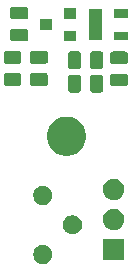
<source format=gbr>
G04 #@! TF.GenerationSoftware,KiCad,Pcbnew,(5.1.5)-3*
G04 #@! TF.CreationDate,2021-01-21T12:34:06+10:30*
G04 #@! TF.ProjectId,HallSingle,48616c6c-5369-46e6-976c-652e6b696361,rev?*
G04 #@! TF.SameCoordinates,Original*
G04 #@! TF.FileFunction,Soldermask,Top*
G04 #@! TF.FilePolarity,Negative*
%FSLAX46Y46*%
G04 Gerber Fmt 4.6, Leading zero omitted, Abs format (unit mm)*
G04 Created by KiCad (PCBNEW (5.1.5)-3) date 2021-01-21 12:34:06*
%MOMM*%
%LPD*%
G04 APERTURE LIST*
%ADD10C,0.100000*%
G04 APERTURE END LIST*
D10*
G36*
X142237142Y-78218242D02*
G01*
X142385101Y-78279529D01*
X142518255Y-78368499D01*
X142631501Y-78481745D01*
X142720471Y-78614899D01*
X142781758Y-78762858D01*
X142813000Y-78919925D01*
X142813000Y-79080075D01*
X142781758Y-79237142D01*
X142720471Y-79385101D01*
X142631501Y-79518255D01*
X142518255Y-79631501D01*
X142385101Y-79720471D01*
X142237142Y-79781758D01*
X142080075Y-79813000D01*
X141919925Y-79813000D01*
X141762858Y-79781758D01*
X141614899Y-79720471D01*
X141481745Y-79631501D01*
X141368499Y-79518255D01*
X141279529Y-79385101D01*
X141218242Y-79237142D01*
X141187000Y-79080075D01*
X141187000Y-78919925D01*
X141218242Y-78762858D01*
X141279529Y-78614899D01*
X141368499Y-78481745D01*
X141481745Y-78368499D01*
X141614899Y-78279529D01*
X141762858Y-78218242D01*
X141919925Y-78187000D01*
X142080075Y-78187000D01*
X142237142Y-78218242D01*
G37*
G36*
X148901000Y-79481000D02*
G01*
X147099000Y-79481000D01*
X147099000Y-77679000D01*
X148901000Y-77679000D01*
X148901000Y-79481000D01*
G37*
G36*
X144737142Y-75718242D02*
G01*
X144885101Y-75779529D01*
X145018255Y-75868499D01*
X145131501Y-75981745D01*
X145220471Y-76114899D01*
X145281758Y-76262858D01*
X145313000Y-76419925D01*
X145313000Y-76580075D01*
X145281758Y-76737142D01*
X145220471Y-76885101D01*
X145131501Y-77018255D01*
X145018255Y-77131501D01*
X144885101Y-77220471D01*
X144737142Y-77281758D01*
X144580075Y-77313000D01*
X144419925Y-77313000D01*
X144262858Y-77281758D01*
X144114899Y-77220471D01*
X143981745Y-77131501D01*
X143868499Y-77018255D01*
X143779529Y-76885101D01*
X143718242Y-76737142D01*
X143687000Y-76580075D01*
X143687000Y-76419925D01*
X143718242Y-76262858D01*
X143779529Y-76114899D01*
X143868499Y-75981745D01*
X143981745Y-75868499D01*
X144114899Y-75779529D01*
X144262858Y-75718242D01*
X144419925Y-75687000D01*
X144580075Y-75687000D01*
X144737142Y-75718242D01*
G37*
G36*
X148113512Y-75143927D02*
G01*
X148262812Y-75173624D01*
X148426784Y-75241544D01*
X148574354Y-75340147D01*
X148699853Y-75465646D01*
X148798456Y-75613216D01*
X148866376Y-75777188D01*
X148901000Y-75951259D01*
X148901000Y-76128741D01*
X148866376Y-76302812D01*
X148798456Y-76466784D01*
X148699853Y-76614354D01*
X148574354Y-76739853D01*
X148426784Y-76838456D01*
X148262812Y-76906376D01*
X148113512Y-76936073D01*
X148088742Y-76941000D01*
X147911258Y-76941000D01*
X147886488Y-76936073D01*
X147737188Y-76906376D01*
X147573216Y-76838456D01*
X147425646Y-76739853D01*
X147300147Y-76614354D01*
X147201544Y-76466784D01*
X147133624Y-76302812D01*
X147099000Y-76128741D01*
X147099000Y-75951259D01*
X147133624Y-75777188D01*
X147201544Y-75613216D01*
X147300147Y-75465646D01*
X147425646Y-75340147D01*
X147573216Y-75241544D01*
X147737188Y-75173624D01*
X147886488Y-75143927D01*
X147911258Y-75139000D01*
X148088742Y-75139000D01*
X148113512Y-75143927D01*
G37*
G36*
X142237142Y-73218242D02*
G01*
X142385101Y-73279529D01*
X142518255Y-73368499D01*
X142631501Y-73481745D01*
X142720471Y-73614899D01*
X142781758Y-73762858D01*
X142813000Y-73919925D01*
X142813000Y-74080075D01*
X142781758Y-74237142D01*
X142720471Y-74385101D01*
X142631501Y-74518255D01*
X142518255Y-74631501D01*
X142385101Y-74720471D01*
X142237142Y-74781758D01*
X142080075Y-74813000D01*
X141919925Y-74813000D01*
X141762858Y-74781758D01*
X141614899Y-74720471D01*
X141481745Y-74631501D01*
X141368499Y-74518255D01*
X141279529Y-74385101D01*
X141218242Y-74237142D01*
X141187000Y-74080075D01*
X141187000Y-73919925D01*
X141218242Y-73762858D01*
X141279529Y-73614899D01*
X141368499Y-73481745D01*
X141481745Y-73368499D01*
X141614899Y-73279529D01*
X141762858Y-73218242D01*
X141919925Y-73187000D01*
X142080075Y-73187000D01*
X142237142Y-73218242D01*
G37*
G36*
X148113512Y-72603927D02*
G01*
X148262812Y-72633624D01*
X148426784Y-72701544D01*
X148574354Y-72800147D01*
X148699853Y-72925646D01*
X148798456Y-73073216D01*
X148866376Y-73237188D01*
X148901000Y-73411259D01*
X148901000Y-73588741D01*
X148866376Y-73762812D01*
X148798456Y-73926784D01*
X148699853Y-74074354D01*
X148574354Y-74199853D01*
X148426784Y-74298456D01*
X148262812Y-74366376D01*
X148113512Y-74396073D01*
X148088742Y-74401000D01*
X147911258Y-74401000D01*
X147886488Y-74396073D01*
X147737188Y-74366376D01*
X147573216Y-74298456D01*
X147425646Y-74199853D01*
X147300147Y-74074354D01*
X147201544Y-73926784D01*
X147133624Y-73762812D01*
X147099000Y-73588741D01*
X147099000Y-73411259D01*
X147133624Y-73237188D01*
X147201544Y-73073216D01*
X147300147Y-72925646D01*
X147425646Y-72800147D01*
X147573216Y-72701544D01*
X147737188Y-72633624D01*
X147886488Y-72603927D01*
X147911258Y-72599000D01*
X148088742Y-72599000D01*
X148113512Y-72603927D01*
G37*
G36*
X144375256Y-67391298D02*
G01*
X144481579Y-67412447D01*
X144782042Y-67536903D01*
X145052451Y-67717585D01*
X145282415Y-67947549D01*
X145463097Y-68217958D01*
X145587553Y-68518421D01*
X145651000Y-68837391D01*
X145651000Y-69162609D01*
X145587553Y-69481579D01*
X145463097Y-69782042D01*
X145282415Y-70052451D01*
X145052451Y-70282415D01*
X144782042Y-70463097D01*
X144481579Y-70587553D01*
X144375256Y-70608702D01*
X144162611Y-70651000D01*
X143837389Y-70651000D01*
X143624744Y-70608702D01*
X143518421Y-70587553D01*
X143217958Y-70463097D01*
X142947549Y-70282415D01*
X142717585Y-70052451D01*
X142536903Y-69782042D01*
X142412447Y-69481579D01*
X142349000Y-69162609D01*
X142349000Y-68837391D01*
X142412447Y-68518421D01*
X142536903Y-68217958D01*
X142717585Y-67947549D01*
X142947549Y-67717585D01*
X143217958Y-67536903D01*
X143518421Y-67412447D01*
X143624744Y-67391298D01*
X143837389Y-67349000D01*
X144162611Y-67349000D01*
X144375256Y-67391298D01*
G37*
G36*
X146929968Y-63803565D02*
G01*
X146968638Y-63815296D01*
X147004277Y-63834346D01*
X147035517Y-63859983D01*
X147061154Y-63891223D01*
X147080204Y-63926862D01*
X147091935Y-63965532D01*
X147096500Y-64011888D01*
X147096500Y-65088112D01*
X147091935Y-65134468D01*
X147080204Y-65173138D01*
X147061154Y-65208777D01*
X147035517Y-65240017D01*
X147004277Y-65265654D01*
X146968638Y-65284704D01*
X146929968Y-65296435D01*
X146883612Y-65301000D01*
X146232388Y-65301000D01*
X146186032Y-65296435D01*
X146147362Y-65284704D01*
X146111723Y-65265654D01*
X146080483Y-65240017D01*
X146054846Y-65208777D01*
X146035796Y-65173138D01*
X146024065Y-65134468D01*
X146019500Y-65088112D01*
X146019500Y-64011888D01*
X146024065Y-63965532D01*
X146035796Y-63926862D01*
X146054846Y-63891223D01*
X146080483Y-63859983D01*
X146111723Y-63834346D01*
X146147362Y-63815296D01*
X146186032Y-63803565D01*
X146232388Y-63799000D01*
X146883612Y-63799000D01*
X146929968Y-63803565D01*
G37*
G36*
X145054968Y-63803565D02*
G01*
X145093638Y-63815296D01*
X145129277Y-63834346D01*
X145160517Y-63859983D01*
X145186154Y-63891223D01*
X145205204Y-63926862D01*
X145216935Y-63965532D01*
X145221500Y-64011888D01*
X145221500Y-65088112D01*
X145216935Y-65134468D01*
X145205204Y-65173138D01*
X145186154Y-65208777D01*
X145160517Y-65240017D01*
X145129277Y-65265654D01*
X145093638Y-65284704D01*
X145054968Y-65296435D01*
X145008612Y-65301000D01*
X144357388Y-65301000D01*
X144311032Y-65296435D01*
X144272362Y-65284704D01*
X144236723Y-65265654D01*
X144205483Y-65240017D01*
X144179846Y-65208777D01*
X144160796Y-65173138D01*
X144149065Y-65134468D01*
X144144500Y-65088112D01*
X144144500Y-64011888D01*
X144149065Y-63965532D01*
X144160796Y-63926862D01*
X144179846Y-63891223D01*
X144205483Y-63859983D01*
X144236723Y-63834346D01*
X144272362Y-63815296D01*
X144311032Y-63803565D01*
X144357388Y-63799000D01*
X145008612Y-63799000D01*
X145054968Y-63803565D01*
G37*
G36*
X149034468Y-63703565D02*
G01*
X149073138Y-63715296D01*
X149108777Y-63734346D01*
X149140017Y-63759983D01*
X149165654Y-63791223D01*
X149184704Y-63826862D01*
X149196435Y-63865532D01*
X149201000Y-63911888D01*
X149201000Y-64563112D01*
X149196435Y-64609468D01*
X149184704Y-64648138D01*
X149165654Y-64683777D01*
X149140017Y-64715017D01*
X149108777Y-64740654D01*
X149073138Y-64759704D01*
X149034468Y-64771435D01*
X148988112Y-64776000D01*
X147911888Y-64776000D01*
X147865532Y-64771435D01*
X147826862Y-64759704D01*
X147791223Y-64740654D01*
X147759983Y-64715017D01*
X147734346Y-64683777D01*
X147715296Y-64648138D01*
X147703565Y-64609468D01*
X147699000Y-64563112D01*
X147699000Y-63911888D01*
X147703565Y-63865532D01*
X147715296Y-63826862D01*
X147734346Y-63791223D01*
X147759983Y-63759983D01*
X147791223Y-63734346D01*
X147826862Y-63715296D01*
X147865532Y-63703565D01*
X147911888Y-63699000D01*
X148988112Y-63699000D01*
X149034468Y-63703565D01*
G37*
G36*
X140030468Y-63653565D02*
G01*
X140069138Y-63665296D01*
X140104777Y-63684346D01*
X140136017Y-63709983D01*
X140161654Y-63741223D01*
X140180704Y-63776862D01*
X140192435Y-63815532D01*
X140197000Y-63861888D01*
X140197000Y-64513112D01*
X140192435Y-64559468D01*
X140180704Y-64598138D01*
X140161654Y-64633777D01*
X140136017Y-64665017D01*
X140104777Y-64690654D01*
X140069138Y-64709704D01*
X140030468Y-64721435D01*
X139984112Y-64726000D01*
X138907888Y-64726000D01*
X138861532Y-64721435D01*
X138822862Y-64709704D01*
X138787223Y-64690654D01*
X138755983Y-64665017D01*
X138730346Y-64633777D01*
X138711296Y-64598138D01*
X138699565Y-64559468D01*
X138695000Y-64513112D01*
X138695000Y-63861888D01*
X138699565Y-63815532D01*
X138711296Y-63776862D01*
X138730346Y-63741223D01*
X138755983Y-63709983D01*
X138787223Y-63684346D01*
X138822862Y-63665296D01*
X138861532Y-63653565D01*
X138907888Y-63649000D01*
X139984112Y-63649000D01*
X140030468Y-63653565D01*
G37*
G36*
X142252968Y-63653565D02*
G01*
X142291638Y-63665296D01*
X142327277Y-63684346D01*
X142358517Y-63709983D01*
X142384154Y-63741223D01*
X142403204Y-63776862D01*
X142414935Y-63815532D01*
X142419500Y-63861888D01*
X142419500Y-64513112D01*
X142414935Y-64559468D01*
X142403204Y-64598138D01*
X142384154Y-64633777D01*
X142358517Y-64665017D01*
X142327277Y-64690654D01*
X142291638Y-64709704D01*
X142252968Y-64721435D01*
X142206612Y-64726000D01*
X141130388Y-64726000D01*
X141084032Y-64721435D01*
X141045362Y-64709704D01*
X141009723Y-64690654D01*
X140978483Y-64665017D01*
X140952846Y-64633777D01*
X140933796Y-64598138D01*
X140922065Y-64559468D01*
X140917500Y-64513112D01*
X140917500Y-63861888D01*
X140922065Y-63815532D01*
X140933796Y-63776862D01*
X140952846Y-63741223D01*
X140978483Y-63709983D01*
X141009723Y-63684346D01*
X141045362Y-63665296D01*
X141084032Y-63653565D01*
X141130388Y-63649000D01*
X142206612Y-63649000D01*
X142252968Y-63653565D01*
G37*
G36*
X146929968Y-61803565D02*
G01*
X146968638Y-61815296D01*
X147004277Y-61834346D01*
X147035517Y-61859983D01*
X147061154Y-61891223D01*
X147080204Y-61926862D01*
X147091935Y-61965532D01*
X147096500Y-62011888D01*
X147096500Y-63088112D01*
X147091935Y-63134468D01*
X147080204Y-63173138D01*
X147061154Y-63208777D01*
X147035517Y-63240017D01*
X147004277Y-63265654D01*
X146968638Y-63284704D01*
X146929968Y-63296435D01*
X146883612Y-63301000D01*
X146232388Y-63301000D01*
X146186032Y-63296435D01*
X146147362Y-63284704D01*
X146111723Y-63265654D01*
X146080483Y-63240017D01*
X146054846Y-63208777D01*
X146035796Y-63173138D01*
X146024065Y-63134468D01*
X146019500Y-63088112D01*
X146019500Y-62011888D01*
X146024065Y-61965532D01*
X146035796Y-61926862D01*
X146054846Y-61891223D01*
X146080483Y-61859983D01*
X146111723Y-61834346D01*
X146147362Y-61815296D01*
X146186032Y-61803565D01*
X146232388Y-61799000D01*
X146883612Y-61799000D01*
X146929968Y-61803565D01*
G37*
G36*
X145054968Y-61803565D02*
G01*
X145093638Y-61815296D01*
X145129277Y-61834346D01*
X145160517Y-61859983D01*
X145186154Y-61891223D01*
X145205204Y-61926862D01*
X145216935Y-61965532D01*
X145221500Y-62011888D01*
X145221500Y-63088112D01*
X145216935Y-63134468D01*
X145205204Y-63173138D01*
X145186154Y-63208777D01*
X145160517Y-63240017D01*
X145129277Y-63265654D01*
X145093638Y-63284704D01*
X145054968Y-63296435D01*
X145008612Y-63301000D01*
X144357388Y-63301000D01*
X144311032Y-63296435D01*
X144272362Y-63284704D01*
X144236723Y-63265654D01*
X144205483Y-63240017D01*
X144179846Y-63208777D01*
X144160796Y-63173138D01*
X144149065Y-63134468D01*
X144144500Y-63088112D01*
X144144500Y-62011888D01*
X144149065Y-61965532D01*
X144160796Y-61926862D01*
X144179846Y-61891223D01*
X144205483Y-61859983D01*
X144236723Y-61834346D01*
X144272362Y-61815296D01*
X144311032Y-61803565D01*
X144357388Y-61799000D01*
X145008612Y-61799000D01*
X145054968Y-61803565D01*
G37*
G36*
X149034468Y-61828565D02*
G01*
X149073138Y-61840296D01*
X149108777Y-61859346D01*
X149140017Y-61884983D01*
X149165654Y-61916223D01*
X149184704Y-61951862D01*
X149196435Y-61990532D01*
X149201000Y-62036888D01*
X149201000Y-62688112D01*
X149196435Y-62734468D01*
X149184704Y-62773138D01*
X149165654Y-62808777D01*
X149140017Y-62840017D01*
X149108777Y-62865654D01*
X149073138Y-62884704D01*
X149034468Y-62896435D01*
X148988112Y-62901000D01*
X147911888Y-62901000D01*
X147865532Y-62896435D01*
X147826862Y-62884704D01*
X147791223Y-62865654D01*
X147759983Y-62840017D01*
X147734346Y-62808777D01*
X147715296Y-62773138D01*
X147703565Y-62734468D01*
X147699000Y-62688112D01*
X147699000Y-62036888D01*
X147703565Y-61990532D01*
X147715296Y-61951862D01*
X147734346Y-61916223D01*
X147759983Y-61884983D01*
X147791223Y-61859346D01*
X147826862Y-61840296D01*
X147865532Y-61828565D01*
X147911888Y-61824000D01*
X148988112Y-61824000D01*
X149034468Y-61828565D01*
G37*
G36*
X140030468Y-61778565D02*
G01*
X140069138Y-61790296D01*
X140104777Y-61809346D01*
X140136017Y-61834983D01*
X140161654Y-61866223D01*
X140180704Y-61901862D01*
X140192435Y-61940532D01*
X140197000Y-61986888D01*
X140197000Y-62638112D01*
X140192435Y-62684468D01*
X140180704Y-62723138D01*
X140161654Y-62758777D01*
X140136017Y-62790017D01*
X140104777Y-62815654D01*
X140069138Y-62834704D01*
X140030468Y-62846435D01*
X139984112Y-62851000D01*
X138907888Y-62851000D01*
X138861532Y-62846435D01*
X138822862Y-62834704D01*
X138787223Y-62815654D01*
X138755983Y-62790017D01*
X138730346Y-62758777D01*
X138711296Y-62723138D01*
X138699565Y-62684468D01*
X138695000Y-62638112D01*
X138695000Y-61986888D01*
X138699565Y-61940532D01*
X138711296Y-61901862D01*
X138730346Y-61866223D01*
X138755983Y-61834983D01*
X138787223Y-61809346D01*
X138822862Y-61790296D01*
X138861532Y-61778565D01*
X138907888Y-61774000D01*
X139984112Y-61774000D01*
X140030468Y-61778565D01*
G37*
G36*
X142252968Y-61778565D02*
G01*
X142291638Y-61790296D01*
X142327277Y-61809346D01*
X142358517Y-61834983D01*
X142384154Y-61866223D01*
X142403204Y-61901862D01*
X142414935Y-61940532D01*
X142419500Y-61986888D01*
X142419500Y-62638112D01*
X142414935Y-62684468D01*
X142403204Y-62723138D01*
X142384154Y-62758777D01*
X142358517Y-62790017D01*
X142327277Y-62815654D01*
X142291638Y-62834704D01*
X142252968Y-62846435D01*
X142206612Y-62851000D01*
X141130388Y-62851000D01*
X141084032Y-62846435D01*
X141045362Y-62834704D01*
X141009723Y-62815654D01*
X140978483Y-62790017D01*
X140952846Y-62758777D01*
X140933796Y-62723138D01*
X140922065Y-62684468D01*
X140917500Y-62638112D01*
X140917500Y-61986888D01*
X140922065Y-61940532D01*
X140933796Y-61901862D01*
X140952846Y-61866223D01*
X140978483Y-61834983D01*
X141009723Y-61809346D01*
X141045362Y-61790296D01*
X141084032Y-61778565D01*
X141130388Y-61774000D01*
X142206612Y-61774000D01*
X142252968Y-61778565D01*
G37*
G36*
X140584468Y-59903565D02*
G01*
X140623138Y-59915296D01*
X140658777Y-59934346D01*
X140690017Y-59959983D01*
X140715654Y-59991223D01*
X140734704Y-60026862D01*
X140746435Y-60065532D01*
X140751000Y-60111888D01*
X140751000Y-60763112D01*
X140746435Y-60809468D01*
X140734704Y-60848138D01*
X140715654Y-60883777D01*
X140690017Y-60915017D01*
X140658777Y-60940654D01*
X140623138Y-60959704D01*
X140584468Y-60971435D01*
X140538112Y-60976000D01*
X139461888Y-60976000D01*
X139415532Y-60971435D01*
X139376862Y-60959704D01*
X139341223Y-60940654D01*
X139309983Y-60915017D01*
X139284346Y-60883777D01*
X139265296Y-60848138D01*
X139253565Y-60809468D01*
X139249000Y-60763112D01*
X139249000Y-60111888D01*
X139253565Y-60065532D01*
X139265296Y-60026862D01*
X139284346Y-59991223D01*
X139309983Y-59959983D01*
X139341223Y-59934346D01*
X139376862Y-59915296D01*
X139415532Y-59903565D01*
X139461888Y-59899000D01*
X140538112Y-59899000D01*
X140584468Y-59903565D01*
G37*
G36*
X144773000Y-60961500D02*
G01*
X143771000Y-60961500D01*
X143771000Y-60059500D01*
X144773000Y-60059500D01*
X144773000Y-60961500D01*
G37*
G36*
X147034500Y-60889000D02*
G01*
X145872500Y-60889000D01*
X145872500Y-58237000D01*
X147034500Y-58237000D01*
X147034500Y-60889000D01*
G37*
G36*
X149234500Y-60889000D02*
G01*
X148072500Y-60889000D01*
X148072500Y-60137000D01*
X149234500Y-60137000D01*
X149234500Y-60889000D01*
G37*
G36*
X142773000Y-60011500D02*
G01*
X141771000Y-60011500D01*
X141771000Y-59109500D01*
X142773000Y-59109500D01*
X142773000Y-60011500D01*
G37*
G36*
X140584468Y-58028565D02*
G01*
X140623138Y-58040296D01*
X140658777Y-58059346D01*
X140690017Y-58084983D01*
X140715654Y-58116223D01*
X140734704Y-58151862D01*
X140746435Y-58190532D01*
X140751000Y-58236888D01*
X140751000Y-58888112D01*
X140746435Y-58934468D01*
X140734704Y-58973138D01*
X140715654Y-59008777D01*
X140690017Y-59040017D01*
X140658777Y-59065654D01*
X140623138Y-59084704D01*
X140584468Y-59096435D01*
X140538112Y-59101000D01*
X139461888Y-59101000D01*
X139415532Y-59096435D01*
X139376862Y-59084704D01*
X139341223Y-59065654D01*
X139309983Y-59040017D01*
X139284346Y-59008777D01*
X139265296Y-58973138D01*
X139253565Y-58934468D01*
X139249000Y-58888112D01*
X139249000Y-58236888D01*
X139253565Y-58190532D01*
X139265296Y-58151862D01*
X139284346Y-58116223D01*
X139309983Y-58084983D01*
X139341223Y-58059346D01*
X139376862Y-58040296D01*
X139415532Y-58028565D01*
X139461888Y-58024000D01*
X140538112Y-58024000D01*
X140584468Y-58028565D01*
G37*
G36*
X144773000Y-59061500D02*
G01*
X143771000Y-59061500D01*
X143771000Y-58159500D01*
X144773000Y-58159500D01*
X144773000Y-59061500D01*
G37*
G36*
X149234500Y-58989000D02*
G01*
X148072500Y-58989000D01*
X148072500Y-58237000D01*
X149234500Y-58237000D01*
X149234500Y-58989000D01*
G37*
M02*

</source>
